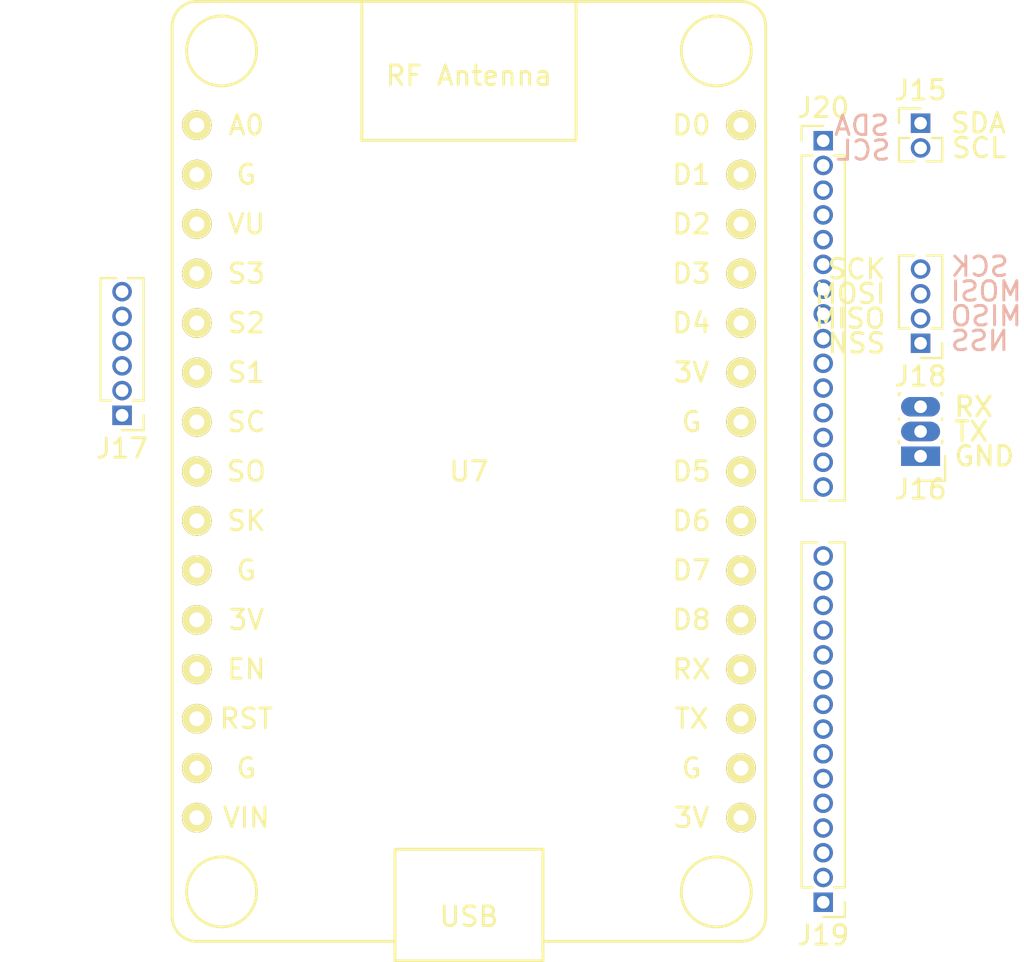
<source format=kicad_pcb>
(kicad_pcb (version 20171130) (host pcbnew 5.1.2-f72e74a~84~ubuntu18.04.1)

  (general
    (thickness 1.6)
    (drawings 0)
    (tracks 0)
    (zones 0)
    (modules 7)
    (nets 26)
  )

  (page A4)
  (layers
    (0 F.Cu signal)
    (31 B.Cu signal)
    (32 B.Adhes user)
    (33 F.Adhes user)
    (34 B.Paste user)
    (35 F.Paste user)
    (36 B.SilkS user)
    (37 F.SilkS user)
    (38 B.Mask user)
    (39 F.Mask user)
    (40 Dwgs.User user)
    (41 Cmts.User user)
    (42 Eco1.User user)
    (43 Eco2.User user)
    (44 Edge.Cuts user)
    (45 Margin user)
    (46 B.CrtYd user)
    (47 F.CrtYd user)
    (48 B.Fab user)
    (49 F.Fab user)
  )

  (setup
    (last_trace_width 0.25)
    (trace_clearance 0.2)
    (zone_clearance 0.508)
    (zone_45_only no)
    (trace_min 0.2)
    (via_size 0.8)
    (via_drill 0.4)
    (via_min_size 0.4)
    (via_min_drill 0.3)
    (uvia_size 0.3)
    (uvia_drill 0.1)
    (uvias_allowed no)
    (uvia_min_size 0.2)
    (uvia_min_drill 0.1)
    (edge_width 0.1)
    (segment_width 0.2)
    (pcb_text_width 0.3)
    (pcb_text_size 1.5 1.5)
    (mod_edge_width 0.15)
    (mod_text_size 1 1)
    (mod_text_width 0.15)
    (pad_size 1.524 1.524)
    (pad_drill 0.762)
    (pad_to_mask_clearance 0)
    (aux_axis_origin 0 0)
    (visible_elements FFFFFF7F)
    (pcbplotparams
      (layerselection 0x010fc_ffffffff)
      (usegerberextensions false)
      (usegerberattributes false)
      (usegerberadvancedattributes false)
      (creategerberjobfile false)
      (excludeedgelayer true)
      (linewidth 0.100000)
      (plotframeref false)
      (viasonmask false)
      (mode 1)
      (useauxorigin false)
      (hpglpennumber 1)
      (hpglpenspeed 20)
      (hpglpendiameter 15.000000)
      (psnegative false)
      (psa4output false)
      (plotreference true)
      (plotvalue true)
      (plotinvisibletext false)
      (padsonsilk false)
      (subtractmaskfromsilk false)
      (outputformat 1)
      (mirror false)
      (drillshape 1)
      (scaleselection 1)
      (outputdirectory ""))
  )

  (net 0 "")
  (net 1 /SDA)
  (net 2 /SCL)
  (net 3 /HCS)
  (net 4 /HMISO)
  (net 5 /HMOSI)
  (net 6 /HSCLK)
  (net 7 /VIN)
  (net 8 GND)
  (net 9 /RST)
  (net 10 /EN)
  (net 11 +3V3)
  (net 12 /SDDCLK)
  (net 13 /SDD0)
  (net 14 /SDDCMD)
  (net 15 /SDD1)
  (net 16 /SDD2)
  (net 17 /SDD3)
  (net 18 /RSV_3)
  (net 19 /RSV_2)
  (net 20 /A0)
  (net 21 /TX)
  (net 22 /RX)
  (net 23 /D4)
  (net 24 /D3)
  (net 25 /D2)

  (net_class Default "This is the default net class."
    (clearance 0.2)
    (trace_width 0.25)
    (via_dia 0.8)
    (via_drill 0.4)
    (uvia_dia 0.3)
    (uvia_drill 0.1)
    (add_net +3V3)
    (add_net /A0)
    (add_net /D2)
    (add_net /D3)
    (add_net /D4)
    (add_net /EN)
    (add_net /HCS)
    (add_net /HMISO)
    (add_net /HMOSI)
    (add_net /HSCLK)
    (add_net /RST)
    (add_net /RSV_2)
    (add_net /RSV_3)
    (add_net /RX)
    (add_net /SCL)
    (add_net /SDA)
    (add_net /SDD0)
    (add_net /SDD1)
    (add_net /SDD2)
    (add_net /SDD3)
    (add_net /SDDCLK)
    (add_net /SDDCMD)
    (add_net /TX)
    (add_net /VIN)
    (add_net GND)
  )

  (module footprint-lib:SDCARD_HEADER (layer F.Cu) (tedit 5CEBB83C) (tstamp 5CEC2E5E)
    (at 34 45 180)
    (descr "Through hole straight pin header, 1x06, 1.27mm pitch, single row")
    (tags "SDCARD HEADER")
    (path /5D10ADE8)
    (fp_text reference J17 (at 0 -1.695) (layer F.SilkS)
      (effects (font (size 1 1) (thickness 0.15)))
    )
    (fp_text value SDCARD_HEADER (at 0 8.045) (layer F.Fab)
      (effects (font (size 1 1) (thickness 0.15)))
    )
    (fp_line (start -0.525 -0.635) (end 1.05 -0.635) (layer F.Fab) (width 0.1))
    (fp_line (start 1.05 -0.635) (end 1.05 6.985) (layer F.Fab) (width 0.1))
    (fp_line (start 1.05 6.985) (end -1.05 6.985) (layer F.Fab) (width 0.1))
    (fp_line (start -1.05 6.985) (end -1.05 -0.11) (layer F.Fab) (width 0.1))
    (fp_line (start -1.05 -0.11) (end -0.525 -0.635) (layer F.Fab) (width 0.1))
    (fp_line (start -1.11 7.045) (end -0.30753 7.045) (layer F.SilkS) (width 0.12))
    (fp_line (start 0.30753 7.045) (end 1.11 7.045) (layer F.SilkS) (width 0.12))
    (fp_line (start -1.11 0.76) (end -1.11 7.045) (layer F.SilkS) (width 0.12))
    (fp_line (start 1.11 0.76) (end 1.11 7.045) (layer F.SilkS) (width 0.12))
    (fp_line (start -1.11 0.76) (end -0.563471 0.76) (layer F.SilkS) (width 0.12))
    (fp_line (start 0.563471 0.76) (end 1.11 0.76) (layer F.SilkS) (width 0.12))
    (fp_line (start -1.11 0) (end -1.11 -0.76) (layer F.SilkS) (width 0.12))
    (fp_line (start -1.11 -0.76) (end 0 -0.76) (layer F.SilkS) (width 0.12))
    (fp_line (start -1.55 -1.15) (end -1.55 7.5) (layer F.CrtYd) (width 0.05))
    (fp_line (start -1.55 7.5) (end 1.55 7.5) (layer F.CrtYd) (width 0.05))
    (fp_line (start 1.55 7.5) (end 1.55 -1.15) (layer F.CrtYd) (width 0.05))
    (fp_line (start 1.55 -1.15) (end -1.55 -1.15) (layer F.CrtYd) (width 0.05))
    (fp_text user %R (at 0 3.175 90) (layer F.Fab)
      (effects (font (size 1 1) (thickness 0.15)))
    )
    (pad SDD0 thru_hole rect (at 0 0 180) (size 1 1) (drill 0.65) (layers *.Cu *.Mask)
      (net 13 /SDD0))
    (pad SDD1 thru_hole oval (at 0 1.27 180) (size 1 1) (drill 0.65) (layers *.Cu *.Mask)
      (net 15 /SDD1))
    (pad SDD2 thru_hole oval (at 0 2.54 180) (size 1 1) (drill 0.65) (layers *.Cu *.Mask)
      (net 16 /SDD2))
    (pad SDD3 thru_hole oval (at 0 3.81 180) (size 1 1) (drill 0.65) (layers *.Cu *.Mask)
      (net 17 /SDD3))
    (pad SDCMD thru_hole oval (at 0 5.08 180) (size 1 1) (drill 0.65) (layers *.Cu *.Mask)
      (net 14 /SDDCMD))
    (pad SDCLK thru_hole oval (at 0 6.35 180) (size 1 1) (drill 0.65) (layers *.Cu *.Mask)
      (net 12 /SDDCLK))
    (model ${KISYS3DMOD}/Connector_PinHeader_1.27mm.3dshapes/PinHeader_1x06_P1.27mm_Vertical.wrl
      (at (xyz 0 0 0))
      (scale (xyz 1 1 1))
      (rotate (xyz 0 0 0))
    )
  )

  (module footprint-lib:TTL_TERMINAL_1.27mm (layer F.Cu) (tedit 5CEBAD91) (tstamp 5CEBB441)
    (at 75 47.1 180)
    (descr "TTL DEBUG TERMINAL")
    (tags "TTL DEBUG")
    (path /5D1276DB)
    (fp_text reference J16 (at 0 -1.695) (layer F.SilkS)
      (effects (font (size 1 1) (thickness 0.15)))
    )
    (fp_text value TTL_HEADER (at 0 4.235) (layer F.Fab)
      (effects (font (size 1 1) (thickness 0.15)))
    )
    (fp_text user RX (at -1.651 2.54) (layer F.SilkS)
      (effects (font (size 1 1) (thickness 0.15)) (justify left))
    )
    (fp_text user TX (at -1.651 1.27) (layer F.SilkS)
      (effects (font (size 1 1) (thickness 0.15)) (justify left))
    )
    (fp_text user GND (at -1.651 0) (layer F.SilkS)
      (effects (font (size 1 1) (thickness 0.15)) (justify left))
    )
    (fp_text user RX (at -1.651 2.54) (layer F.SilkS)
      (effects (font (size 1 1) (thickness 0.15)) (justify left))
    )
    (fp_text user TX (at -1.651 1.27) (layer F.SilkS)
      (effects (font (size 1 1) (thickness 0.15)) (justify left))
    )
    (fp_text user GND (at -1.651 0) (layer F.SilkS)
      (effects (font (size 1 1) (thickness 0.15)) (justify left))
    )
    (fp_text user %R (at 0 1.27 90) (layer F.Fab)
      (effects (font (size 1 1) (thickness 0.15)))
    )
    (fp_line (start 1.55 -1.14) (end -1.55 -1.14) (layer F.CrtYd) (width 0.05))
    (fp_line (start 1.55 3.68) (end 1.55 -1.14) (layer F.CrtYd) (width 0.05))
    (fp_line (start -1.55 3.68) (end 1.55 3.68) (layer F.CrtYd) (width 0.05))
    (fp_line (start -1.55 -1.14) (end -1.55 3.68) (layer F.CrtYd) (width 0.05))
    (fp_line (start -1.26 -1.26) (end 0 -1.26) (layer F.SilkS) (width 0.12))
    (fp_line (start -1.26 0) (end -1.26 -1.26) (layer F.SilkS) (width 0.12))
    (fp_line (start 1.152172 0.76) (end 1.11 0.76) (layer F.SilkS) (width 0.12))
    (fp_line (start -1.11 0.76) (end -1.152172 0.76) (layer F.SilkS) (width 0.12))
    (fp_line (start 1.11 1.866238) (end 1.11 1.943762) (layer F.SilkS) (width 0.12))
    (fp_line (start -1.11 1.866238) (end -1.11 1.943762) (layer F.SilkS) (width 0.12))
    (fp_line (start 1.11 3.136238) (end 1.11 3.235) (layer F.SilkS) (width 0.12))
    (fp_line (start 1.11 0.76) (end 1.11 0.673762) (layer F.SilkS) (width 0.12))
    (fp_line (start -1.11 3.136238) (end -1.11 3.235) (layer F.SilkS) (width 0.12))
    (fp_line (start -1.11 0.76) (end -1.11 0.673762) (layer F.SilkS) (width 0.12))
    (fp_line (start 1.050988 3.235) (end 1.11 3.235) (layer F.SilkS) (width 0.12))
    (fp_line (start -1.11 3.235) (end -1.050988 3.235) (layer F.SilkS) (width 0.12))
    (fp_line (start -1.05 -0.11) (end -0.525 -0.635) (layer F.Fab) (width 0.1))
    (fp_line (start -1.05 3.175) (end -1.05 -0.11) (layer F.Fab) (width 0.1))
    (fp_line (start 1.05 3.175) (end -1.05 3.175) (layer F.Fab) (width 0.1))
    (fp_line (start 1.05 -0.635) (end 1.05 3.175) (layer F.Fab) (width 0.1))
    (fp_line (start -0.525 -0.635) (end 1.05 -0.635) (layer F.Fab) (width 0.1))
    (pad RX thru_hole oval (at 0 2.54 180) (size 2 1) (drill 0.65) (layers *.Cu *.Mask)
      (net 22 /RX))
    (pad TX thru_hole oval (at 0 1.27 180) (size 2 1) (drill 0.65) (layers *.Cu *.Mask)
      (net 21 /TX))
    (pad GND thru_hole rect (at 0 0 180) (size 2 1) (drill 0.65) (layers *.Cu *.Mask)
      (net 8 GND))
    (model ${KISYS3DMOD}/Pin_Headers.3dshapes/Pin_Header_Straight_1x03_Pitch1.27mm.wrl
      (at (xyz 0 0 0))
      (scale (xyz 1 1 1))
      (rotate (xyz 0 0 0))
    )
  )

  (module "footprint-lib:NodeMCU1.0(12-E)" (layer F.Cu) (tedit 5AF3DDCB) (tstamp 5CEBB525)
    (at 51.81 47.88)
    (path /5CECA83D)
    (fp_text reference U7 (at 0 0) (layer F.SilkS)
      (effects (font (size 1 1) (thickness 0.15)))
    )
    (fp_text value nodemcu (at 0 -5.08) (layer F.Fab)
      (effects (font (size 1 1) (thickness 0.15)))
    )
    (fp_line (start 13.98 24.13) (end 3.81 24.13) (layer F.SilkS) (width 0.15))
    (fp_text user USB (at 0 22.86) (layer F.SilkS)
      (effects (font (size 1 1) (thickness 0.15)))
    )
    (fp_text user "RF Antenna" (at 0 -20.32) (layer F.SilkS)
      (effects (font (size 1 1) (thickness 0.15)))
    )
    (fp_line (start 5.5 -17) (end -5.5 -17) (layer F.SilkS) (width 0.15))
    (fp_line (start 5.5 -24.13) (end 5.5 -17) (layer F.SilkS) (width 0.15))
    (fp_line (start -5.5 -17) (end -5.5 -24.13) (layer F.SilkS) (width 0.15))
    (fp_line (start -3.8 25.13) (end -3.8 19.4) (layer F.SilkS) (width 0.15))
    (fp_line (start -3.8 19.4) (end 3.8 19.4) (layer F.SilkS) (width 0.15))
    (fp_line (start 3.8 19.4) (end 3.8 25.13) (layer F.SilkS) (width 0.15))
    (fp_line (start 3.8 25.13) (end -3.8 25.13) (layer F.SilkS) (width 0.15))
    (fp_arc (start -13.97 -22.86) (end -15.24 -22.86) (angle 90) (layer F.SilkS) (width 0.15))
    (fp_arc (start 13.97 -22.86) (end 13.97 -24.13) (angle 90) (layer F.SilkS) (width 0.15))
    (fp_arc (start 13.97 22.86) (end 15.24 22.86) (angle 90) (layer F.SilkS) (width 0.15))
    (fp_arc (start -13.97 22.86) (end -13.97 24.13) (angle 90) (layer F.SilkS) (width 0.15))
    (fp_line (start 15.24 -22.86) (end 15.24 22.86) (layer F.SilkS) (width 0.15))
    (fp_line (start -15.24 -22.86) (end -15.24 22.86) (layer F.SilkS) (width 0.15))
    (fp_line (start -3.8 24.13) (end -13.97 24.13) (layer F.SilkS) (width 0.15))
    (fp_text user VIN (at -11.43 17.78) (layer F.SilkS)
      (effects (font (size 1 1) (thickness 0.15)))
    )
    (fp_text user G (at -11.43 15.24) (layer F.SilkS)
      (effects (font (size 1 1) (thickness 0.15)))
    )
    (fp_text user RST (at -11.43 12.7) (layer F.SilkS)
      (effects (font (size 1 1) (thickness 0.15)))
    )
    (fp_text user EN (at -11.43 10.16) (layer F.SilkS)
      (effects (font (size 1 1) (thickness 0.15)))
    )
    (fp_text user 3V (at -11.43 7.62) (layer F.SilkS)
      (effects (font (size 1 1) (thickness 0.15)))
    )
    (fp_text user G (at -11.43 5.08) (layer F.SilkS)
      (effects (font (size 1 1) (thickness 0.15)))
    )
    (fp_text user SK (at -11.43 2.54) (layer F.SilkS)
      (effects (font (size 1 1) (thickness 0.15)))
    )
    (fp_text user SO (at -11.43 0) (layer F.SilkS)
      (effects (font (size 1 1) (thickness 0.15)))
    )
    (fp_text user SC (at -11.43 -2.54) (layer F.SilkS)
      (effects (font (size 1 1) (thickness 0.15)))
    )
    (fp_text user S1 (at -11.43 -5.08) (layer F.SilkS)
      (effects (font (size 1 1) (thickness 0.15)))
    )
    (fp_text user S2 (at -11.43 -7.62) (layer F.SilkS)
      (effects (font (size 1 1) (thickness 0.15)))
    )
    (fp_text user S3 (at -11.43 -10.16) (layer F.SilkS)
      (effects (font (size 1 1) (thickness 0.15)))
    )
    (fp_text user VU (at -11.43 -12.7) (layer F.SilkS)
      (effects (font (size 1 1) (thickness 0.15)))
    )
    (fp_text user G (at -11.43 -15.24) (layer F.SilkS)
      (effects (font (size 1 1) (thickness 0.15)))
    )
    (fp_text user A0 (at -11.43 -17.78) (layer F.SilkS)
      (effects (font (size 1 1) (thickness 0.15)))
    )
    (fp_text user 3V (at 11.43 17.78) (layer F.SilkS)
      (effects (font (size 1 1) (thickness 0.15)))
    )
    (fp_text user G (at 11.43 15.24) (layer F.SilkS)
      (effects (font (size 1 1) (thickness 0.15)))
    )
    (fp_text user TX (at 11.43 12.7) (layer F.SilkS)
      (effects (font (size 1 1) (thickness 0.15)))
    )
    (fp_text user RX (at 11.43 10.16) (layer F.SilkS)
      (effects (font (size 1 1) (thickness 0.15)))
    )
    (fp_text user D8 (at 11.43 7.62) (layer F.SilkS)
      (effects (font (size 1 1) (thickness 0.15)))
    )
    (fp_text user D7 (at 11.43 5.08) (layer F.SilkS)
      (effects (font (size 1 1) (thickness 0.15)))
    )
    (fp_text user D6 (at 11.43 2.54) (layer F.SilkS)
      (effects (font (size 1 1) (thickness 0.15)))
    )
    (fp_text user D5 (at 11.43 0) (layer F.SilkS)
      (effects (font (size 1 1) (thickness 0.15)))
    )
    (fp_text user G (at 11.43 -2.54) (layer F.SilkS)
      (effects (font (size 1 1) (thickness 0.15)))
    )
    (fp_text user 3V (at 11.43 -5.08) (layer F.SilkS)
      (effects (font (size 1 1) (thickness 0.15)))
    )
    (fp_text user D4 (at 11.43 -7.62) (layer F.SilkS)
      (effects (font (size 1 1) (thickness 0.15)))
    )
    (fp_text user D3 (at 11.43 -10.16) (layer F.SilkS)
      (effects (font (size 1 1) (thickness 0.15)))
    )
    (fp_text user D2 (at 11.43 -12.7) (layer F.SilkS)
      (effects (font (size 1 1) (thickness 0.15)))
    )
    (fp_text user D1 (at 11.43 -15.24) (layer F.SilkS)
      (effects (font (size 1 1) (thickness 0.15)))
    )
    (fp_text user D0 (at 11.43 -17.78) (layer F.SilkS)
      (effects (font (size 1 1) (thickness 0.15)))
    )
    (fp_circle (center 12.7 21.59) (end 13.97 20.32) (layer F.SilkS) (width 0.15))
    (fp_circle (center -12.7 21.59) (end -11.43 20.32) (layer F.SilkS) (width 0.15))
    (fp_circle (center -12.7 -21.59) (end -11.43 -22.86) (layer F.SilkS) (width 0.15))
    (fp_circle (center 12.7 -21.59) (end 13.97 -22.86) (layer F.SilkS) (width 0.15))
    (fp_line (start 13.97 -24.13) (end -13.97 -24.13) (layer F.SilkS) (width 0.15))
    (pad 1 thru_hole circle (at -13.97 -17.78) (size 1.524 1.524) (drill 0.762) (layers *.Cu *.Mask F.SilkS)
      (net 20 /A0))
    (pad 2 thru_hole circle (at -13.97 -15.24) (size 1.524 1.524) (drill 0.762) (layers *.Cu *.Mask F.SilkS)
      (net 19 /RSV_2))
    (pad 3 thru_hole circle (at -13.97 -12.7) (size 1.524 1.524) (drill 0.762) (layers *.Cu *.Mask F.SilkS)
      (net 18 /RSV_3))
    (pad 4 thru_hole circle (at -13.97 -10.16) (size 1.524 1.524) (drill 0.762) (layers *.Cu *.Mask F.SilkS)
      (net 17 /SDD3))
    (pad 5 thru_hole circle (at -13.97 -7.62) (size 1.524 1.524) (drill 0.762) (layers *.Cu *.Mask F.SilkS)
      (net 16 /SDD2))
    (pad 6 thru_hole circle (at -13.97 -5.08) (size 1.524 1.524) (drill 0.762) (layers *.Cu *.Mask F.SilkS)
      (net 15 /SDD1))
    (pad 7 thru_hole circle (at -13.97 -2.54) (size 1.524 1.524) (drill 0.762) (layers *.Cu *.Mask F.SilkS)
      (net 14 /SDDCMD))
    (pad 8 thru_hole circle (at -13.97 0) (size 1.524 1.524) (drill 0.762) (layers *.Cu *.Mask F.SilkS)
      (net 13 /SDD0))
    (pad 9 thru_hole circle (at -13.97 2.54) (size 1.524 1.524) (drill 0.762) (layers *.Cu *.Mask F.SilkS)
      (net 12 /SDDCLK))
    (pad 10 thru_hole circle (at -13.97 5.08) (size 1.524 1.524) (drill 0.762) (layers *.Cu *.Mask F.SilkS)
      (net 8 GND))
    (pad 11 thru_hole circle (at -13.97 7.62) (size 1.524 1.524) (drill 0.762) (layers *.Cu *.Mask F.SilkS)
      (net 11 +3V3))
    (pad 12 thru_hole circle (at -13.97 10.16) (size 1.524 1.524) (drill 0.762) (layers *.Cu *.Mask F.SilkS)
      (net 10 /EN))
    (pad 13 thru_hole circle (at -13.97 12.7) (size 1.524 1.524) (drill 0.762) (layers *.Cu *.Mask F.SilkS)
      (net 9 /RST))
    (pad 14 thru_hole circle (at -13.97 15.24) (size 1.524 1.524) (drill 0.762) (layers *.Cu *.Mask F.SilkS)
      (net 8 GND))
    (pad 15 thru_hole circle (at -13.97 17.78) (size 1.524 1.524) (drill 0.762) (layers *.Cu *.Mask F.SilkS)
      (net 7 /VIN))
    (pad 16 thru_hole circle (at 13.97 17.78) (size 1.524 1.524) (drill 0.762) (layers *.Cu *.Mask F.SilkS)
      (net 11 +3V3))
    (pad 17 thru_hole circle (at 13.97 15.24) (size 1.524 1.524) (drill 0.762) (layers *.Cu *.Mask F.SilkS)
      (net 8 GND))
    (pad 18 thru_hole circle (at 13.97 12.7) (size 1.524 1.524) (drill 0.762) (layers *.Cu *.Mask F.SilkS)
      (net 21 /TX))
    (pad 19 thru_hole circle (at 13.97 10.16) (size 1.524 1.524) (drill 0.762) (layers *.Cu *.Mask F.SilkS)
      (net 22 /RX))
    (pad 20 thru_hole circle (at 13.97 7.62) (size 1.524 1.524) (drill 0.762) (layers *.Cu *.Mask F.SilkS)
      (net 3 /HCS))
    (pad 21 thru_hole circle (at 13.97 5.08) (size 1.524 1.524) (drill 0.762) (layers *.Cu *.Mask F.SilkS)
      (net 5 /HMOSI))
    (pad 22 thru_hole circle (at 13.97 2.54) (size 1.524 1.524) (drill 0.762) (layers *.Cu *.Mask F.SilkS)
      (net 4 /HMISO))
    (pad 23 thru_hole circle (at 13.97 0) (size 1.524 1.524) (drill 0.762) (layers *.Cu *.Mask F.SilkS)
      (net 6 /HSCLK))
    (pad 24 thru_hole circle (at 13.97 -2.54) (size 1.524 1.524) (drill 0.762) (layers *.Cu *.Mask F.SilkS)
      (net 8 GND))
    (pad 25 thru_hole circle (at 13.97 -5.08) (size 1.524 1.524) (drill 0.762) (layers *.Cu *.Mask F.SilkS)
      (net 11 +3V3))
    (pad 26 thru_hole circle (at 13.97 -7.62) (size 1.524 1.524) (drill 0.762) (layers *.Cu *.Mask F.SilkS)
      (net 23 /D4))
    (pad 27 thru_hole circle (at 13.97 -10.16) (size 1.524 1.524) (drill 0.762) (layers *.Cu *.Mask F.SilkS)
      (net 24 /D3))
    (pad 28 thru_hole circle (at 13.97 -12.7) (size 1.524 1.524) (drill 0.762) (layers *.Cu *.Mask F.SilkS)
      (net 25 /D2))
    (pad 29 thru_hole circle (at 13.97 -15.24) (size 1.524 1.524) (drill 0.762) (layers *.Cu *.Mask F.SilkS)
      (net 2 /SCL))
    (pad 30 thru_hole circle (at 13.97 -17.78) (size 1.524 1.524) (drill 0.762) (layers *.Cu *.Mask F.SilkS)
      (net 1 /SDA))
  )

  (module Connector_PinHeader_1.27mm:PinHeader_1x15_P1.27mm_Vertical (layer F.Cu) (tedit 59FED6E3) (tstamp 5CEBB4CF)
    (at 70 30.9)
    (descr "Through hole straight pin header, 1x15, 1.27mm pitch, single row")
    (tags "Through hole pin header THT 1x15 1.27mm single row")
    (path /5CF02B3B)
    (fp_text reference J20 (at 0 -1.695) (layer F.SilkS)
      (effects (font (size 1 1) (thickness 0.15)))
    )
    (fp_text value NODEMCU_HEADER2 (at 0 19.475) (layer F.Fab)
      (effects (font (size 1 1) (thickness 0.15)))
    )
    (fp_text user %R (at 0 8.89 90) (layer F.Fab)
      (effects (font (size 1 1) (thickness 0.15)))
    )
    (fp_line (start 1.55 -1.15) (end -1.55 -1.15) (layer F.CrtYd) (width 0.05))
    (fp_line (start 1.55 18.95) (end 1.55 -1.15) (layer F.CrtYd) (width 0.05))
    (fp_line (start -1.55 18.95) (end 1.55 18.95) (layer F.CrtYd) (width 0.05))
    (fp_line (start -1.55 -1.15) (end -1.55 18.95) (layer F.CrtYd) (width 0.05))
    (fp_line (start -1.11 -0.76) (end 0 -0.76) (layer F.SilkS) (width 0.12))
    (fp_line (start -1.11 0) (end -1.11 -0.76) (layer F.SilkS) (width 0.12))
    (fp_line (start 0.563471 0.76) (end 1.11 0.76) (layer F.SilkS) (width 0.12))
    (fp_line (start -1.11 0.76) (end -0.563471 0.76) (layer F.SilkS) (width 0.12))
    (fp_line (start 1.11 0.76) (end 1.11 18.475) (layer F.SilkS) (width 0.12))
    (fp_line (start -1.11 0.76) (end -1.11 18.475) (layer F.SilkS) (width 0.12))
    (fp_line (start 0.30753 18.475) (end 1.11 18.475) (layer F.SilkS) (width 0.12))
    (fp_line (start -1.11 18.475) (end -0.30753 18.475) (layer F.SilkS) (width 0.12))
    (fp_line (start -1.05 -0.11) (end -0.525 -0.635) (layer F.Fab) (width 0.1))
    (fp_line (start -1.05 18.415) (end -1.05 -0.11) (layer F.Fab) (width 0.1))
    (fp_line (start 1.05 18.415) (end -1.05 18.415) (layer F.Fab) (width 0.1))
    (fp_line (start 1.05 -0.635) (end 1.05 18.415) (layer F.Fab) (width 0.1))
    (fp_line (start -0.525 -0.635) (end 1.05 -0.635) (layer F.Fab) (width 0.1))
    (pad 15 thru_hole oval (at 0 17.78) (size 1 1) (drill 0.65) (layers *.Cu *.Mask)
      (net 11 +3V3))
    (pad 14 thru_hole oval (at 0 16.51) (size 1 1) (drill 0.65) (layers *.Cu *.Mask)
      (net 8 GND))
    (pad 13 thru_hole oval (at 0 15.24) (size 1 1) (drill 0.65) (layers *.Cu *.Mask)
      (net 21 /TX))
    (pad 12 thru_hole oval (at 0 13.97) (size 1 1) (drill 0.65) (layers *.Cu *.Mask)
      (net 22 /RX))
    (pad 11 thru_hole oval (at 0 12.7) (size 1 1) (drill 0.65) (layers *.Cu *.Mask)
      (net 3 /HCS))
    (pad 10 thru_hole oval (at 0 11.43) (size 1 1) (drill 0.65) (layers *.Cu *.Mask)
      (net 5 /HMOSI))
    (pad 9 thru_hole oval (at 0 10.16) (size 1 1) (drill 0.65) (layers *.Cu *.Mask)
      (net 4 /HMISO))
    (pad 8 thru_hole oval (at 0 8.89) (size 1 1) (drill 0.65) (layers *.Cu *.Mask)
      (net 6 /HSCLK))
    (pad 7 thru_hole oval (at 0 7.62) (size 1 1) (drill 0.65) (layers *.Cu *.Mask)
      (net 8 GND))
    (pad 6 thru_hole oval (at 0 6.35) (size 1 1) (drill 0.65) (layers *.Cu *.Mask)
      (net 11 +3V3))
    (pad 5 thru_hole oval (at 0 5.08) (size 1 1) (drill 0.65) (layers *.Cu *.Mask)
      (net 23 /D4))
    (pad 4 thru_hole oval (at 0 3.81) (size 1 1) (drill 0.65) (layers *.Cu *.Mask)
      (net 24 /D3))
    (pad 3 thru_hole oval (at 0 2.54) (size 1 1) (drill 0.65) (layers *.Cu *.Mask)
      (net 25 /D2))
    (pad 2 thru_hole oval (at 0 1.27) (size 1 1) (drill 0.65) (layers *.Cu *.Mask)
      (net 2 /SCL))
    (pad 1 thru_hole rect (at 0 0) (size 1 1) (drill 0.65) (layers *.Cu *.Mask)
      (net 1 /SDA))
    (model ${KISYS3DMOD}/Connector_PinHeader_1.27mm.3dshapes/PinHeader_1x15_P1.27mm_Vertical.wrl
      (at (xyz 0 0 0))
      (scale (xyz 1 1 1))
      (rotate (xyz 0 0 0))
    )
  )

  (module Connector_PinHeader_1.27mm:PinHeader_1x15_P1.27mm_Vertical (layer F.Cu) (tedit 59FED6E3) (tstamp 5CEBEE05)
    (at 70 70 180)
    (descr "Through hole straight pin header, 1x15, 1.27mm pitch, single row")
    (tags "Through hole pin header THT 1x15 1.27mm single row")
    (path /5CF023B3)
    (fp_text reference J19 (at 0 -1.695) (layer F.SilkS)
      (effects (font (size 1 1) (thickness 0.15)))
    )
    (fp_text value NODEMCU_HEADER1 (at 0 19.475) (layer F.Fab)
      (effects (font (size 1 1) (thickness 0.15)))
    )
    (fp_text user %R (at 0 8.89 90) (layer F.Fab)
      (effects (font (size 1 1) (thickness 0.15)))
    )
    (fp_line (start 1.55 -1.15) (end -1.55 -1.15) (layer F.CrtYd) (width 0.05))
    (fp_line (start 1.55 18.95) (end 1.55 -1.15) (layer F.CrtYd) (width 0.05))
    (fp_line (start -1.55 18.95) (end 1.55 18.95) (layer F.CrtYd) (width 0.05))
    (fp_line (start -1.55 -1.15) (end -1.55 18.95) (layer F.CrtYd) (width 0.05))
    (fp_line (start -1.11 -0.76) (end 0 -0.76) (layer F.SilkS) (width 0.12))
    (fp_line (start -1.11 0) (end -1.11 -0.76) (layer F.SilkS) (width 0.12))
    (fp_line (start 0.563471 0.76) (end 1.11 0.76) (layer F.SilkS) (width 0.12))
    (fp_line (start -1.11 0.76) (end -0.563471 0.76) (layer F.SilkS) (width 0.12))
    (fp_line (start 1.11 0.76) (end 1.11 18.475) (layer F.SilkS) (width 0.12))
    (fp_line (start -1.11 0.76) (end -1.11 18.475) (layer F.SilkS) (width 0.12))
    (fp_line (start 0.30753 18.475) (end 1.11 18.475) (layer F.SilkS) (width 0.12))
    (fp_line (start -1.11 18.475) (end -0.30753 18.475) (layer F.SilkS) (width 0.12))
    (fp_line (start -1.05 -0.11) (end -0.525 -0.635) (layer F.Fab) (width 0.1))
    (fp_line (start -1.05 18.415) (end -1.05 -0.11) (layer F.Fab) (width 0.1))
    (fp_line (start 1.05 18.415) (end -1.05 18.415) (layer F.Fab) (width 0.1))
    (fp_line (start 1.05 -0.635) (end 1.05 18.415) (layer F.Fab) (width 0.1))
    (fp_line (start -0.525 -0.635) (end 1.05 -0.635) (layer F.Fab) (width 0.1))
    (pad 15 thru_hole oval (at 0 17.78 180) (size 1 1) (drill 0.65) (layers *.Cu *.Mask)
      (net 7 /VIN))
    (pad 14 thru_hole oval (at 0 16.51 180) (size 1 1) (drill 0.65) (layers *.Cu *.Mask)
      (net 8 GND))
    (pad 13 thru_hole oval (at 0 15.24 180) (size 1 1) (drill 0.65) (layers *.Cu *.Mask)
      (net 9 /RST))
    (pad 12 thru_hole oval (at 0 13.97 180) (size 1 1) (drill 0.65) (layers *.Cu *.Mask)
      (net 10 /EN))
    (pad 11 thru_hole oval (at 0 12.7 180) (size 1 1) (drill 0.65) (layers *.Cu *.Mask)
      (net 11 +3V3))
    (pad 10 thru_hole oval (at 0 11.43 180) (size 1 1) (drill 0.65) (layers *.Cu *.Mask)
      (net 8 GND))
    (pad 9 thru_hole oval (at 0 10.16 180) (size 1 1) (drill 0.65) (layers *.Cu *.Mask)
      (net 12 /SDDCLK))
    (pad 8 thru_hole oval (at 0 8.89 180) (size 1 1) (drill 0.65) (layers *.Cu *.Mask)
      (net 13 /SDD0))
    (pad 7 thru_hole oval (at 0 7.62 180) (size 1 1) (drill 0.65) (layers *.Cu *.Mask)
      (net 14 /SDDCMD))
    (pad 6 thru_hole oval (at 0 6.35 180) (size 1 1) (drill 0.65) (layers *.Cu *.Mask)
      (net 15 /SDD1))
    (pad 5 thru_hole oval (at 0 5.08 180) (size 1 1) (drill 0.65) (layers *.Cu *.Mask)
      (net 16 /SDD2))
    (pad 4 thru_hole oval (at 0 3.81 180) (size 1 1) (drill 0.65) (layers *.Cu *.Mask)
      (net 17 /SDD3))
    (pad 3 thru_hole oval (at 0 2.54 180) (size 1 1) (drill 0.65) (layers *.Cu *.Mask)
      (net 18 /RSV_3))
    (pad 2 thru_hole oval (at 0 1.27 180) (size 1 1) (drill 0.65) (layers *.Cu *.Mask)
      (net 19 /RSV_2))
    (pad 1 thru_hole rect (at 0 0 180) (size 1 1) (drill 0.65) (layers *.Cu *.Mask)
      (net 20 /A0))
    (model ${KISYS3DMOD}/Connector_PinHeader_1.27mm.3dshapes/PinHeader_1x15_P1.27mm_Vertical.wrl
      (at (xyz 0 0 0))
      (scale (xyz 1 1 1))
      (rotate (xyz 0 0 0))
    )
  )

  (module footprint-lib:SPI_DEBUG (layer F.Cu) (tedit 5CEA3C79) (tstamp 5CEBB485)
    (at 75 41.3 180)
    (descr "Through hole straight pin header, 1x04, 1.27mm pitch, single row")
    (tags "SPI DEBUG")
    (path /5D0E4A38)
    (fp_text reference J18 (at 0 -1.695) (layer F.SilkS)
      (effects (font (size 1 1) (thickness 0.15)))
    )
    (fp_text value SPI_HEADER (at 0 5.505) (layer F.Fab)
      (effects (font (size 1 1) (thickness 0.15)))
    )
    (fp_text user NSS (at -1.4605 0.127) (layer B.SilkS)
      (effects (font (size 1 1) (thickness 0.15)) (justify right mirror))
    )
    (fp_text user MISO (at -1.4605 1.397) (layer B.SilkS)
      (effects (font (size 1 1) (thickness 0.15)) (justify right mirror))
    )
    (fp_text user SCK (at -1.4605 3.937) (layer B.SilkS)
      (effects (font (size 1 1) (thickness 0.15)) (justify right mirror))
    )
    (fp_text user MOSI (at -1.4605 2.667) (layer B.SilkS)
      (effects (font (size 1 1) (thickness 0.15)) (justify right mirror))
    )
    (fp_text user SCK (at 1.7145 3.81) (layer F.SilkS)
      (effects (font (size 1 1) (thickness 0.15)) (justify right))
    )
    (fp_text user MOSI (at 1.7145 2.54) (layer F.SilkS)
      (effects (font (size 1 1) (thickness 0.15)) (justify right))
    )
    (fp_text user MISO (at 1.7145 1.27) (layer F.SilkS)
      (effects (font (size 1 1) (thickness 0.15)) (justify right))
    )
    (fp_text user NSS (at 1.7145 0) (layer F.SilkS)
      (effects (font (size 1 1) (thickness 0.15)) (justify right))
    )
    (fp_line (start -0.525 -0.635) (end 1.05 -0.635) (layer F.Fab) (width 0.1))
    (fp_line (start 1.05 -0.635) (end 1.05 4.445) (layer F.Fab) (width 0.1))
    (fp_line (start 1.05 4.445) (end -1.05 4.445) (layer F.Fab) (width 0.1))
    (fp_line (start -1.05 4.445) (end -1.05 -0.11) (layer F.Fab) (width 0.1))
    (fp_line (start -1.05 -0.11) (end -0.525 -0.635) (layer F.Fab) (width 0.1))
    (fp_line (start -1.11 4.505) (end -0.30753 4.505) (layer F.SilkS) (width 0.12))
    (fp_line (start 0.30753 4.505) (end 1.11 4.505) (layer F.SilkS) (width 0.12))
    (fp_line (start -1.11 0.76) (end -1.11 4.505) (layer F.SilkS) (width 0.12))
    (fp_line (start 1.11 0.76) (end 1.11 4.505) (layer F.SilkS) (width 0.12))
    (fp_line (start -1.11 0.76) (end -0.563471 0.76) (layer F.SilkS) (width 0.12))
    (fp_line (start 0.563471 0.76) (end 1.11 0.76) (layer F.SilkS) (width 0.12))
    (fp_line (start -1.11 0) (end -1.11 -0.76) (layer F.SilkS) (width 0.12))
    (fp_line (start -1.11 -0.76) (end 0 -0.76) (layer F.SilkS) (width 0.12))
    (fp_line (start -1.55 -1.15) (end -1.55 4.95) (layer F.CrtYd) (width 0.05))
    (fp_line (start -1.55 4.95) (end 1.55 4.95) (layer F.CrtYd) (width 0.05))
    (fp_line (start 1.55 4.95) (end 1.55 -1.15) (layer F.CrtYd) (width 0.05))
    (fp_line (start 1.55 -1.15) (end -1.55 -1.15) (layer F.CrtYd) (width 0.05))
    (fp_text user %R (at 0 1.905 90) (layer F.Fab)
      (effects (font (size 1 1) (thickness 0.15)))
    )
    (pad NSS thru_hole rect (at 0 0 180) (size 1 1) (drill 0.65) (layers *.Cu *.Mask)
      (net 3 /HCS))
    (pad MISO thru_hole oval (at 0 1.27 180) (size 1 1) (drill 0.65) (layers *.Cu *.Mask)
      (net 4 /HMISO))
    (pad MOSI thru_hole oval (at 0 2.54 180) (size 1 1) (drill 0.65) (layers *.Cu *.Mask)
      (net 5 /HMOSI))
    (pad SCK thru_hole oval (at 0 3.81 180) (size 1 1) (drill 0.65) (layers *.Cu *.Mask)
      (net 6 /HSCLK))
    (model ${KISYS3DMOD}/Connector_PinHeader_1.27mm.3dshapes/PinHeader_1x04_P1.27mm_Vertical.wrl
      (at (xyz 0 0 0))
      (scale (xyz 1 1 1))
      (rotate (xyz 0 0 0))
    )
  )

  (module footprint-lib:I2C_DEBUG (layer F.Cu) (tedit 5CEA3CF4) (tstamp 5CEBB41E)
    (at 75 30)
    (descr "Through hole straight pin header, 1x02, 1.27mm pitch, single row")
    (tags "Through hole pin header THT 1x02 1.27mm single row")
    (path /5D12AEB7)
    (fp_text reference J15 (at 0 -1.695) (layer F.SilkS)
      (effects (font (size 1 1) (thickness 0.15)))
    )
    (fp_text value I2C_DEBUG (at 0 2.965) (layer F.Fab)
      (effects (font (size 1 1) (thickness 0.15)))
    )
    (fp_text user SDA (at -1.524 0.127) (layer B.SilkS)
      (effects (font (size 1 1) (thickness 0.15)) (justify left mirror))
    )
    (fp_text user SCL (at -1.4605 1.397) (layer B.SilkS)
      (effects (font (size 1 1) (thickness 0.15)) (justify left mirror))
    )
    (fp_text user SCL (at 1.524 1.27) (layer F.SilkS)
      (effects (font (size 1 1) (thickness 0.15)) (justify left))
    )
    (fp_text user SDA (at 1.4605 0) (layer F.SilkS)
      (effects (font (size 1 1) (thickness 0.15)) (justify left))
    )
    (fp_line (start -0.525 -0.635) (end 1.05 -0.635) (layer F.Fab) (width 0.1))
    (fp_line (start 1.05 -0.635) (end 1.05 1.905) (layer F.Fab) (width 0.1))
    (fp_line (start 1.05 1.905) (end -1.05 1.905) (layer F.Fab) (width 0.1))
    (fp_line (start -1.05 1.905) (end -1.05 -0.11) (layer F.Fab) (width 0.1))
    (fp_line (start -1.05 -0.11) (end -0.525 -0.635) (layer F.Fab) (width 0.1))
    (fp_line (start -1.11 1.965) (end -0.30753 1.965) (layer F.SilkS) (width 0.12))
    (fp_line (start 0.30753 1.965) (end 1.11 1.965) (layer F.SilkS) (width 0.12))
    (fp_line (start -1.11 0.76) (end -1.11 1.965) (layer F.SilkS) (width 0.12))
    (fp_line (start 1.11 0.76) (end 1.11 1.965) (layer F.SilkS) (width 0.12))
    (fp_line (start -1.11 0.76) (end -0.563471 0.76) (layer F.SilkS) (width 0.12))
    (fp_line (start 0.563471 0.76) (end 1.11 0.76) (layer F.SilkS) (width 0.12))
    (fp_line (start -1.11 0) (end -1.11 -0.76) (layer F.SilkS) (width 0.12))
    (fp_line (start -1.11 -0.76) (end 0 -0.76) (layer F.SilkS) (width 0.12))
    (fp_line (start -1.55 -1.15) (end -1.55 2.45) (layer F.CrtYd) (width 0.05))
    (fp_line (start -1.55 2.45) (end 1.55 2.45) (layer F.CrtYd) (width 0.05))
    (fp_line (start 1.55 2.45) (end 1.55 -1.15) (layer F.CrtYd) (width 0.05))
    (fp_line (start 1.55 -1.15) (end -1.55 -1.15) (layer F.CrtYd) (width 0.05))
    (fp_text user %R (at 0 0.635 90) (layer F.Fab)
      (effects (font (size 1 1) (thickness 0.15)))
    )
    (pad SDA thru_hole rect (at 0 0) (size 1 1) (drill 0.65) (layers *.Cu *.Mask)
      (net 1 /SDA))
    (pad SCL thru_hole oval (at 0 1.27) (size 1 1) (drill 0.65) (layers *.Cu *.Mask)
      (net 2 /SCL))
    (model ${KISYS3DMOD}/Connector_PinHeader_1.27mm.3dshapes/PinHeader_1x02_P1.27mm_Vertical.wrl
      (at (xyz 0 0 0))
      (scale (xyz 1 1 1))
      (rotate (xyz 0 0 0))
    )
  )

)

</source>
